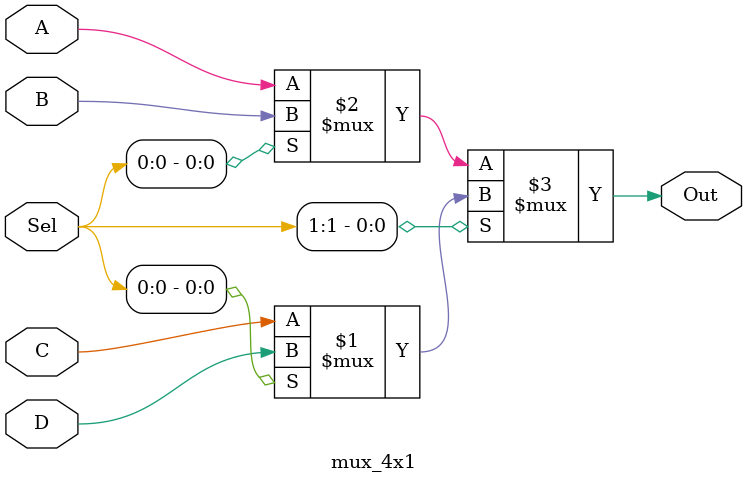
<source format=v>
/*______________________________
         32-bit ALU
  ______________________________*/
  
`timescale 1ns / 1ps

module ALU_32bit (
	
	output [31:0] Result, 
	output Carry_Out,
	output Overflow,
	output Zero,
	input [31:0] A, 
	input [31:0] B, 
	input A_invert, 
	input B_negate,			//Bnegate -> B_invert and Carry_In shorted together
	input [1:0] Operation
	
	);
	
	wire [31:0] crrout; 
	wire Set;
	
	always @* begin
		$display ($time, ", In1 = %0d, In2 = %0d, ALU_Result = %0d", A, B, Result);
	end
	
	/* LSB Bit */
	ALU_1bit 	 alu0   (Result[0],  crrout[0],  A[0],  B[0],  A_invert, B_negate, Set,  B_negate,   Operation);
	
	genvar i;
	
	// Replicate the 1bit ALU 30 times for the remaining 30 bits.
	generate 
		for (i = 1; i <= 30; i = i+1) begin: ALU_bits_1_to_30
		
				ALU_1bit alu (Result[i], crrout[i], A[i], B[i], A_invert, B_negate, 1'b0, crrout[i-1], Operation);
		end
	endgenerate
	
	/* MSB bit */
	ALU_1bit_MSB alu31  (Result[31], crrout[31], Overflow, Set, A[31], B[31], A_invert, B_negate, 1'b0, crrout[30], Operation);
	
	// Carry_Out = ~Carry_Out if subtraction is performed
	assign Carry_Out = Operation[1] ? ~crrout[31] : crrout[31];	
	
	/* Zero Detection - NOR Gate */
	wire [9:0] out;
	
	or or1 (out[0], Result[0],  Result[1],  Result[2],  Result[3]);
	or or2 (out[1], Result[4],  Result[5],  Result[6],  Result[7]);
	or or3 (out[2], Result[8],  Result[9],  Result[10], Result[11]);
	or or4 (out[3], Result[12], Result[13], Result[14], Result[15]);
	or or5 (out[4], Result[16], Result[17], Result[18], Result[19]);
	or or6 (out[5], Result[20], Result[21], Result[22], Result[23]);
	or or7 (out[6], Result[24], Result[25], Result[26], Result[27]);
	or or8 (out[7], Result[28], Result[29], Result[30], Result[31]);
	
	or or9  (out[8], out[0], out[1], out[2], out[3]);
	or or10 (out[9], out[4], out[5], out[6], out[7]);
	
	nor nor1 (Zero, out[8], out[9]);

endmodule

/*________________________________________
			 1-bit ALU for 31th bit
	This 1-bit ALU is used for 31th bit 
  ________________________________________*/
 
`timescale 1 ps / 100 fs

module ALU_1bit_MSB (
	
	output Result, 
	output Carry_Out,
	output Overflow,
	output Set,
	input A, 
	input B, 
	input A_invert, 
	input B_invert, 
	input Less, 
	input Carry_In, 
	input [1:0] Operation
	
	);
	
	wire A_in, B_in;
	wire A_AND_B, A_OR_B, A_SUM_B;
	
	assign A_in = A_invert ? ~A : A;
	assign B_in = B_invert ? ~B : B;
	
	and and1 (A_AND_B, A_in, B_in);
	or  or1  (A_OR_B , A_in, B_in);	

	adder_1bit adder (A_SUM_B, Carry_Out, A_in, B_in, Carry_In);
	
	/* Operation multiplexer */
	mux_4x1 opMUX (Result, A_AND_B, A_OR_B, A_SUM_B, Less, Operation);
	
	/* Overflow detection */	
	xor xor1 (Overflow, Carry_In, Carry_Out);
	
	/* Set Less than Detection */
	// If there is an overflow, sign-bit is inversed.
	assign Set = Overflow ? ~A_SUM_B : A_SUM_B;
	
endmodule



/*_________________________________________
						1-bit ALU
	This 1-bit ALU is used in bits 0 to 30
  _________________________________________*/
 
`timescale 1 ps / 100 fs

module ALU_1bit (
	
	output Result, 
	output Carry_Out, 
	input A, 
	input B, 
	input A_invert, 
	input B_invert, 
	input Less, 
	input Carry_In, 
	input [1:0] Operation
	
	);

	
	wire A_in, B_in;
	wire A_AND_B, A_OR_B, A_SUM_B;
	
	assign A_in = A_invert ? ~A : A;
	assign B_in = B_invert ? ~B : B;
	
	and and1 (A_AND_B, A_in, B_in);
	or  or1  (A_OR_B , A_in, B_in);
	
	adder_1bit adder (A_SUM_B, Carry_Out, A_in, B_in, Carry_In);

	
	/* Op_Sel[1]   Op_Sel[0]  Operation
		   0           0         A & B
			0           1         A | B
			1           0         A SUM B
			1           1          Less
	*/										 	
	mux_4x1 opMUX (Result, A_AND_B, A_OR_B, A_SUM_B, Less, Operation);									
	
endmodule
	
		
/*______________________________
         1-bit full adder
  ______________________________*/
  
`timescale 1 ps / 100 fs

module adder_1bit (
	
	output Sum, 
	output C_out, 
	input A, 
	input B, 
	input C_in
	
	);
	
	assign Sum 	 = (A ^ B) ^ C_in;
	assign C_out = (A & B) | C_in & (A ^ B);
	
endmodule


/*______________________________
         4x1 Multiplexer
  ______________________________*/
  
`timescale 1 ps / 100 fs

module mux_4x1 (Out, A, B, C, D, Sel);
	
	output Out;
	
	input A, B, C, D;
	input [1:0] Sel;
	
	/* When Sel[1] = 1 :
			  Sel[0] = 1, Out = D 
			  Sel[0] = 0, Out = C
			  
		When Sel[1] = 0 :
			  Sel[0] = 1, Out = B 
			  Sel[0] = 0, Out = A */
		
	assign Out = Sel[1] ? (Sel[0] ? D : C) : (Sel[0] ? B : A);
	
endmodule

</source>
